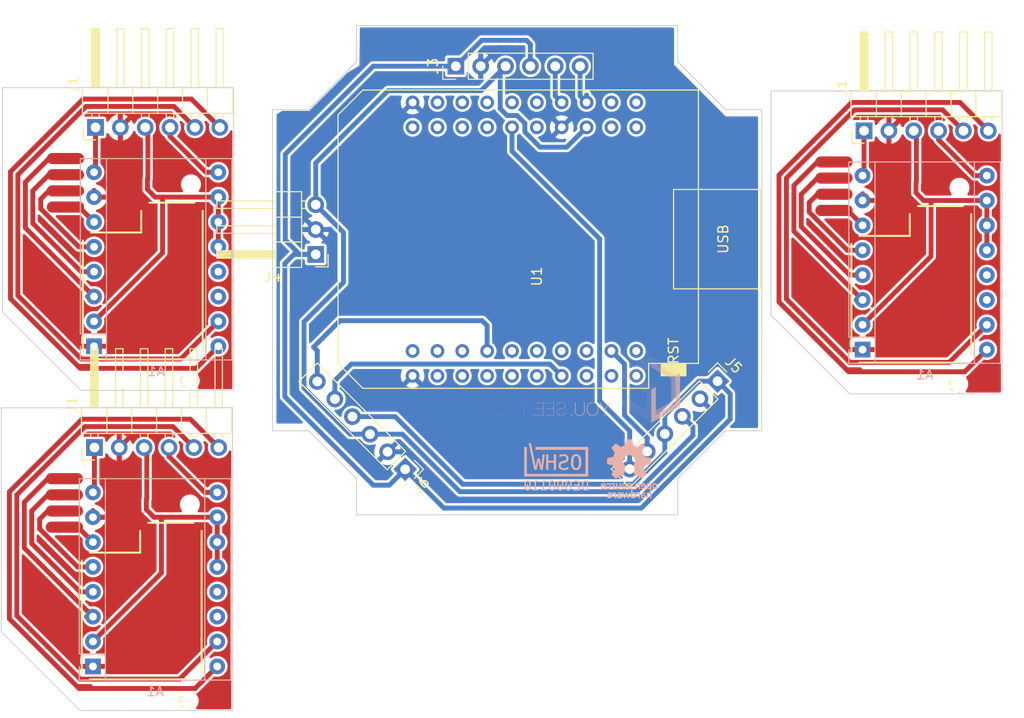
<source format=kicad_pcb>
(kicad_pcb (version 20211014) (generator pcbnew)
  (layers (0 "F.Cu" signal) (31 "B.Cu" signal) (34 "B.Paste" user) (35 "F.Paste" user) (36 "B.SilkS" user "B.Silkscreen") (37 "F.SilkS" user "F.Silkscreen") (38 "B.Mask" user) (39 "F.Mask" user) (44 "Edge.Cuts" user))
  (net 0 "")
  (net 1 "Net-(A1-Pad10)")
  (net 2 "Net-(A1-Pad3)")
  (net 3 "Net-(A1-Pad4)")
  (net 4 "Net-(A1-Pad5)")
  (net 5 "Net-(A1-Pad6)")
  (net 6 "Net-(A1-Pad8)")
  (net 7 "Net-(A1-Pad9)")
  (net 10 "Net-(A1-Pad15)")
  (net 11 "Net-(A1-Pad16)")
  (net 12 "EN")
  (net 13 "STP_1")
  (net 14 "DIR_1")
  (net 15 "STP_2")
  (net 16 "DIR_2")
  (net 17 "STP_3")
  (net 18 "DIR_3")
  (net 45 "GND")
  (net 49 "Net-(J4-Pad1)")
  (net 50 "Net-(J4-Pad3)")
  (net 51 "GND2")
  (footprint "Connector_PinHeader_2.54mm:PinHeader_1x03_P2.54mm_Horizontal" (layer "F.Cu") (at 123.247 75.2706 180)
    (fp_text reference "J4" (at 4.385 -2.27) (layer "F.SilkS"))
    (fp_text value "Conn_01x03_Female")
    (pad "1" thru_hole rect (at 0 0 180) (size 1.7 1.7) (drill 1) (layers *.Cu *.Mask) (net 49 "Net-(J4-Pad1)"))
    (pad "2" thru_hole oval (at 0 2.54 180) (size 1.7 1.7) (drill 1) (layers *.Cu *.Mask) (net 45 "GND"))
    (pad "3" thru_hole oval (at 0 5.08 180) (size 1.7 1.7) (drill 1) (layers *.Cu *.Mask) (net 50 "Net-(J4-Pad3)"))
  )
  (footprint "Connector_PinHeader_2.54mm:PinHeader_1x06_P2.54mm_Vertical" (layer "F.Cu") (at 132.388154 97.234554 -135)
    (fp_text reference "J6" (at 0 -2.33 -135) (layer "F.SilkS"))
    (fp_text value "Conn_01x06_Male")
    (pad "1" thru_hole rect (at 0 0 225) (size 1.7 1.7) (drill 1) (layers *.Cu *.Mask) (net 49 "Net-(J4-Pad1)"))
    (pad "2" thru_hole oval (at 0 2.54 225) (size 1.7 1.7) (drill 1) (layers *.Cu *.Mask) (net 45 "GND"))
    (pad "3" thru_hole oval (at 0 5.08 225) (size 1.7 1.7) (drill 1) (layers *.Cu *.Mask) (net 50 "Net-(J4-Pad3)"))
    (pad "4" thru_hole oval (at 0 7.62 225) (size 1.7 1.7) (drill 1) (layers *.Cu *.Mask) (net 49 "Net-(J4-Pad1)"))
    (pad "5" thru_hole oval (at 0 10.16 225) (size 1.7 1.7) (drill 1) (layers *.Cu *.Mask) (net 17 "STP_3"))
    (pad "6" thru_hole oval (at 0 12.7 225) (size 1.7 1.7) (drill 1) (layers *.Cu *.Mask) (net 18 "DIR_3"))
  )
  (footprint "ESP32_mini_KiCad_Library:MicroLinearMotor" (layer "F.Cu") (at 110.387765 121.14646 90)
    (fp_text reference "J2" (at 0 -0.5 90 unlocked) (layer "F.SilkS"))
    (fp_text value "Conn_01x04_Male")
    (pad "" np_thru_hole circle (at 20.32 0) (size 1.524 1.524) (drill 1.524) (layers *.Cu))
    (pad "" np_thru_hole circle (at 0.254 -6.731) (size 1.524 1.524) (drill 1.524) (layers *.Cu))
    (pad "" np_thru_hole circle (at 0.254 -0.127) (size 1.524 1.524) (drill 1.524) (layers *.Cu))
    (pad "1" smd oval (at 22.95525 -12.827 90) (size 1.143 3.81) (layers "F.Cu") (net 2 "Net-(A1-Pad3)"))
    (pad "2" smd oval (at 21.30425 -12.827 90) (size 1.143 3.81) (layers "F.Cu") (net 3 "Net-(A1-Pad4)"))
    (pad "3" smd oval (at 19.65325 -12.827 90) (size 1.143 3.81) (layers "F.Cu") (net 4 "Net-(A1-Pad5)"))
    (pad "4" smd oval (at 18.00225 -12.827 90) (size 1.143 3.81) (layers "F.Cu") (net 5 "Net-(A1-Pad6)"))
  )
  (footprint "ESP32_mini_KiCad_Library:MicroLinearMotor" (layer "F.Cu") (at 189.03828 88.776175 90)
    (fp_text reference "J2" (at 0 -0.5 90 unlocked) (layer "F.SilkS"))
    (fp_text value "Conn_01x04_Male")
    (pad "" np_thru_hole circle (at 20.32 0) (size 1.524 1.524) (drill 1.524) (layers *.Cu))
    (pad "" np_thru_hole circle (at 0.254 -6.731) (size 1.524 1.524) (drill 1.524) (layers *.Cu))
    (pad "" np_thru_hole circle (at 0.254 -0.127) (size 1.524 1.524) (drill 1.524) (layers *.Cu))
    (pad "1" smd oval (at 22.95525 -12.827 90) (size 1.143 3.81) (layers "F.Cu") (net 2 "Net-(A1-Pad3)"))
    (pad "2" smd oval (at 21.30425 -12.827 90) (size 1.143 3.81) (layers "F.Cu") (net 3 "Net-(A1-Pad4)"))
    (pad "3" smd oval (at 19.65325 -12.827 90) (size 1.143 3.81) (layers "F.Cu") (net 4 "Net-(A1-Pad5)"))
    (pad "4" smd oval (at 18.00225 -12.827 90) (size 1.143 3.81) (layers "F.Cu") (net 5 "Net-(A1-Pad6)"))
  )
  (footprint "Connector_PinHeader_2.54mm:PinHeader_1x06_P2.54mm_Horizontal" (layer "F.Cu") (at 100.744 62.291 90)
    (fp_text reference "J1" (at 4.385 -2.27 90) (layer "F.SilkS"))
    (fp_text value "Conn_01x06_Male")
    (pad "1" thru_hole rect (at 0 0 90) (size 1.7 1.7) (drill 1) (layers *.Cu *.Mask) (net 6 "Net-(A1-Pad8)"))
    (pad "2" thru_hole oval (at 0 2.54 90) (size 1.7 1.7) (drill 1) (layers *.Cu *.Mask) (net 51 "GND2"))
    (pad "3" thru_hole oval (at 0 5.08 90) (size 1.7 1.7) (drill 1) (layers *.Cu *.Mask) (net 1 "Net-(A1-Pad10)"))
    (pad "4" thru_hole oval (at 0 7.62 90) (size 1.7 1.7) (drill 1) (layers *.Cu *.Mask) (net 7 "Net-(A1-Pad9)"))
    (pad "5" thru_hole oval (at 0 10.16 90) (size 1.7 1.7) (drill 1) (layers *.Cu *.Mask) (net 10 "Net-(A1-Pad15)"))
    (pad "6" thru_hole oval (at 0 12.7 90) (size 1.7 1.7) (drill 1) (layers *.Cu *.Mask) (net 11 "Net-(A1-Pad16)"))
  )
  (footprint "svg2shenzhen:im-cube_orthagonal-internal-pcb_svg2shenzhen" (layer "F.Cu") (at 143.828 76.884527)
    (fp_text reference "Ref**" hide)
    (fp_text value "Val**" hide)
    (fp_line (start 25 -16.41471) (end 21.3005 -16.41471) (layer "Edge.Cuts") (width 0.1))
    (fp_line (start 16.4111 -24.996383) (end -16.4147 -25) (layer "Edge.Cuts") (width 0.1))
    (fp_line (start -16.41108 21.3041) (end -16.41108 24.9964) (layer "Edge.Cuts") (width 0.1))
    (fp_line (start -16.4147 -25) (end -16.4147 -25) (layer "Edge.Cuts") (width 0.1))
    (fp_line (start -25 16.4147) (end -21.30051 16.4147) (layer "Edge.Cuts") (width 0.1))
    (fp_line (start -16.4147 -25) (end -16.4147 -21.3005) (layer "Edge.Cuts") (width 0.1))
    (fp_line (start -16.4147 -21.3005) (end -21.30412 -16.41107) (layer "Edge.Cuts") (width 0.1))
    (fp_line (start 21.3041 16.4111) (end 24.9964 16.4111) (layer "Edge.Cuts") (width 0.1))
    (fp_line (start -21.30051 16.4147) (end -16.41108 21.3041) (layer "Edge.Cuts") (width 0.1))
    (fp_line (start 16.4147 25) (end 16.4147 21.3005) (layer "Edge.Cuts") (width 0.1))
    (fp_line (start -21.30412 -16.41107) (end -24.996383 -16.41107) (layer "Edge.Cuts") (width 0.1))
    (fp_line (start 16.4147 21.3005) (end 21.3041 16.4111) (layer "Edge.Cuts") (width 0.1))
    (fp_line (start 24.9964 16.4111) (end 25 -16.41471) (layer "Edge.Cuts") (width 0.1))
    (fp_line (start 21.3005 -16.41471) (end 16.4111 -21.30412) (layer "Edge.Cuts") (width 0.1))
    (fp_line (start 16.4111 -21.30412) (end 16.4111 -24.996383) (layer "Edge.Cuts") (width 0.1))
    (fp_line (start -16.41108 24.9964) (end 16.4147 25) (layer "Edge.Cuts") (width 0.1))
    (fp_line (start -24.996383 -16.41107) (end -25 16.4147) (layer "Edge.Cuts") (width 0.1))
  )
  (footprint "Connector_PinHeader_2.54mm:PinHeader_1x06_P2.54mm_Vertical" (layer "F.Cu") (at 164.312136 88.22508 -45)
    (fp_text reference "J5" (at 0 -2.33 -45) (layer "F.SilkS"))
    (fp_text value "Conn_01x06_Male")
    (pad "1" thru_hole rect (at 0 0 315) (size 1.7 1.7) (drill 1) (layers *.Cu *.Mask) (net 49 "Net-(J4-Pad1)"))
    (pad "2" thru_hole oval (at 0 2.54 315) (size 1.7 1.7) (drill 1) (layers *.Cu *.Mask) (net 45 "GND"))
    (pad "3" thru_hole oval (at 0 5.08 315) (size 1.7 1.7) (drill 1) (layers *.Cu *.Mask) (net 50 "Net-(J4-Pad3)"))
    (pad "4" thru_hole oval (at 0 7.62 315) (size 1.7 1.7) (drill 1) (layers *.Cu *.Mask) (net 49 "Net-(J4-Pad1)"))
    (pad "5" thru_hole oval (at 0 10.16 315) (size 1.7 1.7) (drill 1) (layers *.Cu *.Mask) (net 15 "STP_2"))
    (pad "6" thru_hole oval (at 0 12.7 315) (size 1.7 1.7) (drill 1) (layers *.Cu *.Mask) (net 16 "DIR_2"))
  )
  (footprint "ESP32_mini_KiCad_Library:ESP32_mini" (layer "F.Cu") (at 144.5768 73.7108 90)
    (fp_text reference "U1" (at -3.81 1.27 90) (layer "F.SilkS"))
    (fp_text value "mini_esp32")
    (fp_text user "RST" (at -11.43 15.24 90) (layer "F.SilkS"))
    (fp_text user "USB" (at 0 20.32 90) (layer "F.SilkS"))
    (pad "1" thru_hole circle (at -13.97 -11.43) (size 1.4 1.4) (drill 0.8) (layers *.Cu *.Mask) (net 45 "GND"))
    (pad "2" thru_hole circle (at -11.43 -11.43) (size 1.4 1.4) (drill 0.8) (layers *.Cu *.Mask))
    (pad "3" thru_hole circle (at -13.97 -8.89) (size 1.4 1.4) (drill 0.8) (layers *.Cu *.Mask))
    (pad "4" thru_hole circle (at -11.43 -8.89) (size 1.4 1.4) (drill 0.8) (layers *.Cu *.Mask))
    (pad "5" thru_hole circle (at -13.97 -6.35) (size 1.4 1.4) (drill 0.8) (layers *.Cu *.Mask))
    (pad "6" thru_hole circle (at -11.43 -6.35) (size 1.4 1.4) (drill 0.8) (layers *.Cu *.Mask))
    (pad "7" thru_hole circle (at -13.97 -3.81) (size 1.4 1.4) (drill 0.8) (layers *.Cu *.Mask))
    (pad "8" thru_hole circle (at -11.43 -3.81) (size 1.4 1.4) (drill 0.8) (layers *.Cu *.Mask) (net 18 "DIR_3"))
    (pad "9" thru_hole circle (at -13.97 -1.27) (size 1.4 1.4) (drill 0.8) (layers *.Cu *.Mask))
    (pad "10" thru_hole circle (at -11.43 -1.27) (size 1.4 1.4) (drill 0.8) (layers *.Cu *.Mask) (net 12 "EN"))
    (pad "11" thru_hole circle (at -13.97 1.27) (size 1.4 1.4) (drill 0.8) (layers *.Cu *.Mask))
    (pad "12" thru_hole circle (at -11.43 1.27) (size 1.4 1.4) (drill 0.8) (layers *.Cu *.Mask))
    (pad "13" thru_hole circle (at -13.97 3.81) (size 1.4 1.4) (drill 0.8) (layers *.Cu *.Mask) (net 17 "STP_3"))
    (pad "14" thru_hole circle (at -11.43 3.81) (size 1.4 1.4) (drill 0.8) (layers *.Cu *.Mask))
    (pad "15" thru_hole circle (at -13.97 6.35) (size 1.4 1.4) (drill 0.8) (layers *.Cu *.Mask))
    (pad "16" thru_hole circle (at -11.43 6.35) (size 1.4 1.4) (drill 0.8) (layers *.Cu *.Mask))
    (pad "17" thru_hole circle (at -13.97 8.89) (size 1.4 1.4) (drill 0.8) (layers *.Cu *.Mask))
    (pad "18" thru_hole circle (at -11.43 8.89) (size 1.4 1.4) (drill 0.8) (layers *.Cu *.Mask) (net 15 "STP_2"))
    (pad "19" thru_hole circle (at -13.97 11.43) (size 1.4 1.4) (drill 0.8) (layers *.Cu *.Mask))
    (pad "20" thru_hole circle (at -11.43 11.43) (size 1.4 1.4) (drill 0.8) (layers *.Cu *.Mask))
    (pad "21" thru_hole circle (at 11.43 -11.43) (size 1.4 1.4) (drill 0.8) (layers *.Cu *.Mask))
    (pad "22" thru_hole circle (at 13.97 -11.43) (size 1.4 1.4) (drill 0.8) (layers *.Cu *.Mask) (net 45 "GND"))
    (pad "23" thru_hole circle (at 11.43 -8.89) (size 1.4 1.4) (drill 0.8) (layers *.Cu *.Mask))
    (pad "24" thru_hole circle (at 13.97 -8.89) (size 1.4 1.4) (drill 0.8) (layers *.Cu *.Mask))
    (pad "25" thru_hole circle (at 11.43 -6.35) (size 1.4 1.4) (drill 0.8) (layers *.Cu *.Mask))
    (pad "26" thru_hole circle (at 13.97 -6.35) (size 1.4 1.4) (drill 0.8) (layers *.Cu *.Mask))
    (pad "27" thru_hole circle (at 11.43 -3.81) (size 1.4 1.4) (drill 0.8) (layers *.Cu *.Mask))
    (pad "28" thru_hole circle (at 13.97 -3.81) (size 1.4 1.4) (drill 0.8) (layers *.Cu *.Mask))
    (pad "29" thru_hole circle (at 11.43 -1.27) (size 1.4 1.4) (drill 0.8) (layers *.Cu *.Mask) (net 16 "DIR_2"))
    (pad "30" thru_hole circle (at 13.97 -1.27) (size 1.4 1.4) (drill 0.8) (layers *.Cu *.Mask))
    (pad "31" thru_hole circle (at 11.43 1.27) (size 1.4 1.4) (drill 0.8) (layers *.Cu *.Mask))
    (pad "32" thru_hole circle (at 13.97 1.27) (size 1.4 1.4) (drill 0.8) (layers *.Cu *.Mask))
    (pad "33" thru_hole circle (at 11.43 3.81) (size 1.4 1.4) (drill 0.8) (layers *.Cu *.Mask) (net 45 "GND"))
    (pad "34" thru_hole circle (at 13.97 3.81) (size 1.4 1.4) (drill 0.8) (layers *.Cu *.Mask) (net 13 "STP_1"))
    (pad "35" thru_hole circle (at 11.43 6.35) (size 1.4 1.4) (drill 0.8) (layers *.Cu *.Mask) (net 50 "Net-(J4-Pad3)"))
    (pad "36" thru_hole circle (at 13.97 6.35) (size 1.4 1.4) (drill 0.8) (layers *.Cu *.Mask) (net 14 "DIR_1"))
    (pad "37" thru_hole circle (at 11.43 8.89) (size 1.4 1.4) (drill 0.8) (layers *.Cu *.Mask))
    (pad "38" thru_hole circle (at 13.97 8.89) (size 1.4 1.4) (drill 0.8) (layers *.Cu *.Mask))
    (pad "39" thru_hole circle (at 11.43 11.43) (size 1.4 1.4) (drill 0.8) (layers *.Cu *.Mask))
    (pad "40" thru_hole circle (at 13.97 11.43) (size 1.4 1.4) (drill 0.8) (layers *.Cu *.Mask))
  )
  (footprint "Connector_PinHeader_2.54mm:PinHeader_1x06_P2.54mm_Vertical" (layer "F.Cu") (at 137.5664 56.0386 90)
    (fp_text reference "J3" (at 0 -2.33 90) (layer "F.SilkS"))
    (fp_text value "Conn_01x06_Male")
    (pad "1" thru_hole rect (at 0 0 90) (size 1.7 1.7) (drill 1) (layers *.Cu *.Mask) (net 49 "Net-(J4-Pad1)"))
    (pad "2" thru_hole oval (at 0 2.54 90) (size 1.7 1.7) (drill 1) (layers *.Cu *.Mask) (net 45 "GND"))
    (pad "3" thru_hole oval (at 0 5.08 90) (size 1.7 1.7) (drill 1) (layers *.Cu *.Mask) (net 50 "Net-(J4-Pad3)"))
    (pad "4" thru_hole oval (at 0 7.62 90) (size 1.7 1.7) (drill 1) (layers *.Cu *.Mask) (net 49 "Net-(J4-Pad1)"))
    (pad "5" thru_hole oval (at 0 10.16 90) (size 1.7 1.7) (drill 1) (layers *.Cu *.Mask) (net 13 "STP_1"))
    (pad "6" thru_hole oval (at 0 12.7 90) (size 1.7 1.7) (drill 1) (layers *.Cu *.Mask) (net 14 "DIR_1"))
  )
  (footprint "ESP32_mini_KiCad_Library:MicroLinearMotor" (layer "F.Cu") (at 110.498965 88.43126 90)
    (fp_text reference "J2" (at 0 -0.5 90 unlocked) (layer "F.SilkS"))
    (fp_text value "Conn_01x04_Male")
    (pad "" np_thru_hole circle (at 20.32 0) (size 1.524 1.524) (drill 1.524) (layers *.Cu))
    (pad "" np_thru_hole circle (at 0.254 -6.731) (size 1.524 1.524) (drill 1.524) (layers *.Cu))
    (pad "" np_thru_hole circle (at 0.254 -0.127) (size 1.524 1.524) (drill 1.524) (layers *.Cu))
    (pad "1" smd oval (at 22.95525 -12.827 90) (size 1.143 3.81) (layers "F.Cu") (net 2 "Net-(A1-Pad3)"))
    (pad "2" smd oval (at 21.30425 -12.827 90) (size 1.143 3.81) (layers "F.Cu") (net 3 "Net-(A1-Pad4)"))
    (pad "3" smd oval (at 19.65325 -12.827 90) (size 1.143 3.81) (layers "F.Cu") (net 4 "Net-(A1-Pad5)"))
    (pad "4" smd oval (at 18.00225 -12.827 90) (size 1.143 3.81) (layers "F.Cu") (net 5 "Net-(A1-Pad6)"))
  )
  (footprint "Connector_PinHeader_2.54mm:PinHeader_1x06_P2.54mm_Horizontal" (layer "F.Cu") (at 100.6328 95.0062 90)
    (fp_text reference "J1" (at 4.385 -2.27 90) (layer "F.SilkS"))
    (fp_text value "Conn_01x06_Male")
    (pad "1" thru_hole rect (at 0 0 90) (size 1.7 1.7) (drill 1) (layers *.Cu *.Mask) (net 6 "Net-(A1-Pad8)"))
    (pad "2" thru_hole oval (at 0 2.54 90) (size 1.7 1.7) (drill 1) (layers *.Cu *.Mask) (net 51 "GND2"))
    (pad "3" thru_hole oval (at 0 5.08 90) (size 1.7 1.7) (drill 1) (layers *.Cu *.Mask) (net 1 "Net-(A1-Pad10)"))
    (pad "4" thru_hole oval (at 0 7.62 90) (size 1.7 1.7) (drill 1) (layers *.Cu *.Mask) (net 7 "Net-(A1-Pad9)"))
    (pad "5" thru_hole oval (at 0 10.16 90) (size 1.7 1.7) (drill 1) (layers *.Cu *.Mask) (net 10 "Net-(A1-Pad15)"))
    (pad "6" thru_hole oval (at 0 12.7 90) (size 1.7 1.7) (drill 1) (layers *.Cu *.Mask) (net 11 "Net-(A1-Pad16)"))
  )
  (footprint "Connector_PinHeader_2.54mm:PinHeader_1x06_P2.54mm_Horizontal" (layer "F.Cu") (at 179.283315 62.635915 90)
    (fp_text reference "J1" (at 4.385 -2.27 90) (layer "F.SilkS"))
    (fp_text value "Conn_01x06_Male")
    (pad "1" thru_hole rect (at 0 0 90) (size 1.7 1.7) (drill 1) (layers *.Cu *.Mask) (net 6 "Net-(A1-Pad8)"))
    (pad "2" thru_hole oval (at 0 2.54 90) (size 1.7 1.7) (drill 1) (layers *.Cu *.Mask) (net 51 "GND2"))
    (pad "3" thru_hole oval (at 0 5.08 90) (size 1.7 1.7) (drill 1) (layers *.Cu *.Mask) (net 1 "Net-(A1-Pad10)"))
    (pad "4" thru_hole oval (at 0 7.62 90) (size 1.7 1.7) (drill 1) (layers *.Cu *.Mask) (net 7 "Net-(A1-Pad9)"))
    (pad "5" thru_hole oval (at 0 10.16 90) (size 1.7 1.7) (drill 1) (layers *.Cu *.Mask) (net 10 "Net-(A1-Pad15)"))
    (pad "6" thru_hole oval (at 0 12.7 90) (size 1.7 1.7) (drill 1) (layers *.Cu *.Mask) (net 11 "Net-(A1-Pad16)"))
  )
  (footprint "Module:Pololu_Breakout-16_15.2x20.3mm" (layer "B.Cu") (at 100.4828 117.3712)
    (fp_text reference "A1" (at 6.35 2.54) (layer "B.SilkS") (effects (justify mirror)))
    (fp_text value "Pololu_Breakout_A4988")
    (pad "1" thru_hole rect (at 0 0) (size 1.6 1.6) (drill 0.8) (layers *.Cu *.Mask) (net 51 "GND2"))
    (pad "2" thru_hole oval (at 0 -2.54) (size 1.6 1.6) (drill 0.8) (layers *.Cu *.Mask) (net 1 "Net-(A1-Pad10)"))
    (pad "3" thru_hole oval (at 0 -5.08) (size 1.6 1.6) (drill 0.8) (layers *.Cu *.Mask) (net 2 "Net-(A1-Pad3)"))
    (pad "4" thru_hole oval (at 0 -7.62) (size 1.6 1.6) (drill 0.8) (layers *.Cu *.Mask) (net 3 "Net-(A1-Pad4)"))
    (pad "5" thru_hole oval (at 0 -10.16) (size 1.6 1.6) (drill 0.8) (layers *.Cu *.Mask) (net 4 "Net-(A1-Pad5)"))
    (pad "6" thru_hole oval (at 0 -12.7) (size 1.6 1.6) (drill 0.8) (layers *.Cu *.Mask) (net 5 "Net-(A1-Pad6)"))
    (pad "7" thru_hole oval (at 0 -15.24) (size 1.6 1.6) (drill 0.8) (layers *.Cu *.Mask) (net 51 "GND2"))
    (pad "8" thru_hole oval (at 0 -17.78) (size 1.6 1.6) (drill 0.8) (layers *.Cu *.Mask) (net 6 "Net-(A1-Pad8)"))
    (pad "9" thru_hole oval (at 12.7 -17.78) (size 1.6 1.6) (drill 0.8) (layers *.Cu *.Mask) (net 7 "Net-(A1-Pad9)"))
    (pad "10" thru_hole oval (at 12.7 -15.24) (size 1.6 1.6) (drill 0.8) (layers *.Cu *.Mask) (net 1 "Net-(A1-Pad10)"))
    (pad "11" thru_hole oval (at 12.7 -12.7) (size 1.6 1.6) (drill 0.8) (layers *.Cu *.Mask) (net 1 "Net-(A1-Pad10)"))
    (pad "12" thru_hole oval (at 12.7 -10.16) (size 1.6 1.6) (drill 0.8) (layers *.Cu *.Mask) (net 1 "Net-(A1-Pad10)"))
    (pad "13" thru_hole oval (at 12.7 -7.62) (size 1.6 1.6) (drill 0.8) (layers *.Cu *.Mask))
    (pad "14" thru_hole oval (at 12.7 -5.08) (size 1.6 1.6) (drill 0.8) (layers *.Cu *.Mask))
    (pad "15" thru_hole oval (at 12.7 -2.54) (size 1.6 1.6) (drill 0.8) (layers *.Cu *.Mask) (net 10 "Net-(A1-Pad15)"))
    (pad "16" thru_hole oval (at 12.7 0) (size 1.6 1.6) (drill 0.8) (layers *.Cu *.Mask) (net 11 "Net-(A1-Pad16)"))
  )
  (footprint "Symbol:OSHW-Logo_5.7x6mm_SilkScreen" (layer "B.Cu") (at 155.278 97.1804 180)
    (fp_text reference "REF**" hide)
    (fp_text value "OSHW-Logo_5.7x6mm_SilkScreen" hide)
  )
  (footprint "lib:oshw-number" (layer "B.Cu") (at 147.828 97.1804 180)
    (fp_text reference "G***" hide)
    (fp_text value "LOGO" hide)
  )
  (footprint "Module:Pololu_Breakout-16_15.2x20.3mm" (layer "B.Cu") (at 179.133315 85.000915)
    (fp_text reference "A1" (at 6.35 2.54) (layer "B.SilkS") (effects (justify mirror)))
    (fp_text value "Pololu_Breakout_A4988")
    (pad "1" thru_hole rect (at 0 0) (size 1.6 1.6) (drill 0.8) (layers *.Cu *.Mask) (net 51 "GND2"))
    (pad "2" thru_hole oval (at 0 -2.54) (size 1.6 1.6) (drill 0.8) (layers *.Cu *.Mask) (net 1 "Net-(A1-Pad10)"))
    (pad "3" thru_hole oval (at 0 -5.08) (size 1.6 1.6) (drill 0.8) (layers *.Cu *.Mask) (net 2 "Net-(A1-Pad3)"))
    (pad "4" thru_hole oval (at 0 -7.62) (size 1.6 1.6) (drill 0.8) (layers *.Cu *.Mask) (net 3 "Net-(A1-Pad4)"))
    (pad "5" thru_hole oval (at 0 -10.16) (size 1.6 1.6) (drill 0.8) (layers *.Cu *.Mask) (net 4 "Net-(A1-Pad5)"))
    (pad "6" thru_hole oval (at 0 -12.7) (size 1.6 1.6) (drill 0.8) (layers *.Cu *.Mask) (net 5 "Net-(A1-Pad6)"))
    (pad "7" thru_hole oval (at 0 -15.24) (size 1.6 1.6) (drill 0.8) (layers *.Cu *.Mask) (net 51 "GND2"))
    (pad "8" thru_hole oval (at 0 -17.78) (size 1.6 1.6) (drill 0.8) (layers *.Cu *.Mask) (net 6 "Net-(A1-Pad8)"))
    (pad "9" thru_hole oval (at 12.7 -17.78) (size 1.6 1.6) (drill 0.8) (layers *.Cu *.Mask) (net 7 "Net-(A1-Pad9)"))
    (pad "10" thru_hole oval (at 12.7 -15.24) (size 1.6 1.6) (drill 0.8) (layers *.Cu *.Mask) (net 1 "Net-(A1-Pad10)"))
    (pad "11" thru_hole oval (at 12.7 -12.7) (size 1.6 1.6) (drill 0.8) (layers *.Cu *.Mask) (net 1 "Net-(A1-Pad10)"))
    (pad "12" thru_hole oval (at 12.7 -10.16) (size 1.6 1.6) (drill 0.8) (layers *.Cu *.Mask) (net 1 "Net-(A1-Pad10)"))
    (pad "13" thru_hole oval (at 12.7 -7.62) (size 1.6 1.6) (drill 0.8) (layers *.Cu *.Mask))
    (pad "14" thru_hole oval (at 12.7 -5.08) (size 1.6 1.6) (drill 0.8) (layers *.Cu *.Mask))
    (pad "15" thru_hole oval (at 12.7 -2.54) (size 1.6 1.6) (drill 0.8) (layers *.Cu *.Mask) (net 10 "Net-(A1-Pad15)"))
    (pad "16" thru_hole oval (at 12.7 0) (size 1.6 1.6) (drill 0.8) (layers *.Cu *.Mask) (net 11 "Net-(A1-Pad16)"))
  )
  (footprint "Module:Pololu_Breakout-16_15.2x20.3mm" (layer "B.Cu") (at 100.594 84.656)
    (fp_text reference "A1" (at 6.35 2.54) (layer "B.SilkS") (effects (justify mirror)))
    (fp_text value "Pololu_Breakout_A4988")
    (pad "1" thru_hole rect (at 0 0) (size 1.6 1.6) (drill 0.8) (layers *.Cu *.Mask) (net 51 "GND2"))
    (pad "2" thru_hole oval (at 0 -2.54) (size 1.6 1.6) (drill 0.8) (layers *.Cu *.Mask) (net 1 "Net-(A1-Pad10)"))
    (pad "3" thru_hole oval (at 0 -5.08) (size 1.6 1.6) (drill 0.8) (layers *.Cu *.Mask) (net 2 "Net-(A1-Pad3)"))
    (pad "4" thru_hole oval (at 0 -7.62) (size 1.6 1.6) (drill 0.8) (layers *.Cu *.Mask) (net 3 "Net-(A1-Pad4)"))
    (pad "5" thru_hole oval (at 0 -10.16) (size 1.6 1.6) (drill 0.8) (layers *.Cu *.Mask) (net 4 "Net-(A1-Pad5)"))
    (pad "6" thru_hole oval (at 0 -12.7) (size 1.6 1.6) (drill 0.8) (layers *.Cu *.Mask) (net 5 "Net-(A1-Pad6)"))
    (pad "7" thru_hole oval (at 0 -15.24) (size 1.6 1.6) (drill 0.8) (layers *.Cu *.Mask) (net 51 "GND2"))
    (pad "8" thru_hole oval (at 0 -17.78) (size 1.6 1.6) (drill 0.8) (layers *.Cu *.Mask) (net 6 "Net-(A1-Pad8)"))
    (pad "9" thru_hole oval (at 12.7 -17.78) (size 1.6 1.6) (drill 0.8) (layers *.Cu *.Mask) (net 7 "Net-(A1-Pad9)"))
    (pad "10" thru_hole oval (at 12.7 -15.24) (size 1.6 1.6) (drill 0.8) (layers *.Cu *.Mask) (net 1 "Net-(A1-Pad10)"))
    (pad "11" thru_hole oval (at 12.7 -12.7) (size 1.6 1.6) (drill 0.8) (layers *.Cu *.Mask) (net 1 "Net-(A1-Pad10)"))
    (pad "12" thru_hole oval (at 12.7 -10.16) (size 1.6 1.6) (drill 0.8) (layers *.Cu *.Mask) (net 1 "Net-(A1-Pad10)"))
    (pad "13" thru_hole oval (at 12.7 -7.62) (size 1.6 1.6) (drill 0.8) (layers *.Cu *.Mask))
    (pad "14" thru_hole oval (at 12.7 -5.08) (size 1.6 1.6) (drill 0.8) (layers *.Cu *.Mask))
    (pad "15" thru_hole oval (at 12.7 -2.54) (size 1.6 1.6) (drill 0.8) (layers *.Cu *.Mask) (net 10 "Net-(A1-Pad15)"))
    (pad "16" thru_hole oval (at 12.7 0) (size 1.6 1.6) (drill 0.8) (layers *.Cu *.Mask) (net 11 "Net-(A1-Pad16)"))
  )
  (footprint "lib:UC2-logo_halftoned" (layer "B.Cu") (at 150.128 89.584527 180)
    (fp_text reference "G***" hide)
    (fp_text value "LOGO" hide)
  )
  (gr_line (start 99.260685 89.164685) (end 91.234285 81.138285) (layer "Edge.Cuts") (width 0.1))
  (gr_line (start 114.745085 90.942685) (end 114.745085 121.879885) (layer "Edge.Cuts") (width 0.1))
  (gr_line (start 91.123085 113.853485) (end 91.123085 90.942685) (layer "Edge.Cuts") (width 0.1))
  (gr_line (start 177.8 89.5096) (end 169.7736 81.4832) (layer "Edge.Cuts") (width 0.1))
  (gr_line (start 91.123085 90.942685) (end 91.681885 90.942685) (layer "Edge.Cuts") (width 0.1))
  (gr_line (start 99.149485 121.879885) (end 91.123085 113.853485) (layer "Edge.Cuts") (width 0.1))
  (gr_line (start 114.856285 58.227485) (end 114.856285 89.164685) (layer "Edge.Cuts") (width 0.1))
  (gr_line (start 169.7736 81.4832) (end 169.7736 58.5724) (layer "Edge.Cuts") (width 0.1))
  (gr_line (start 170.3324 58.5724) (end 193.3956 58.5724) (layer "Edge.Cuts") (width 0.1))
  (gr_line (start 91.234285 81.138285) (end 91.234285 58.227485) (layer "Edge.Cuts") (width 0.1))
  (gr_line (start 114.856285 89.164685) (end 99.260685 89.164685) (layer "Edge.Cuts") (width 0.1))
  (gr_line (start 193.3956 58.5724) (end 193.3956 89.5096) (layer "Edge.Cuts") (width 0.1))
  (gr_line (start 91.793085 58.227485) (end 114.856285 58.227485) (layer "Edge.Cuts") (width 0.1))
  (gr_line (start 169.7736 58.5724) (end 170.3324 58.5724) (layer "Edge.Cuts") (width 0.1))
  (gr_line (start 114.745085 121.879885) (end 99.149485 121.879885) (layer "Edge.Cuts") (width 0.1))
  (gr_line (start 91.681885 90.942685) (end 114.745085 90.942685) (layer "Edge.Cuts") (width 0.1))
  (gr_line (start 193.3956 89.5096) (end 177.8 89.5096) (layer "Edge.Cuts") (width 0.1))
  (gr_line (start 91.234285 58.227485) (end 91.793085 58.227485) (layer "Edge.Cuts") (width 0.1))
  (segment (start 113.294 74.496) (end 113.294 71.956) (width 0.5) (layer "F.Cu") (net 1))
  (segment (start 184.363315 62.635915) (end 184.633315 62.905915) (width 0.5) (layer "F.Cu") (net 1))
  (segment (start 191.833315 69.760915) (end 191.833315 72.300915) (width 0.5) (layer "F.Cu") (net 1))
  (segment (start 184.633315 67.883309) (end 184.588874 67.92775) (width 0.5) (layer "F.Cu") (net 1))
  (segment (start 105.938359 101.343115) (end 106.726444 102.1312) (width 0.5) (layer "F.Cu") (net 1))
  (segment (start 106.049559 67.582835) (end 106.049559 68.627915) (width 0.5) (layer "F.Cu") (net 1))
  (segment (start 105.9828 95.2762) (end 105.9828 100.253594) (width 0.5) (layer "F.Cu") (net 1))
  (segment (start 106.049559 68.627915) (end 106.837644 69.416) (width 0.5) (layer "F.Cu") (net 1))
  (segment (start 185.376959 69.760915) (end 186.133315 69.760915) (width 0.5) (layer "F.Cu") (net 1))
  (segment (start 100.4828 114.8312) (end 107.4828 107.8312) (width 0.5) (layer "F.Cu") (net 1))
  (segment (start 113.1828 107.2112) (end 113.1828 104.6712) (width 0.5) (layer "F.Cu") (net 1))
  (segment (start 184.588874 67.92775) (end 184.588874 68.97283) (width 0.5) (layer "F.Cu") (net 1))
  (segment (start 105.9828 100.253594) (end 105.938359 100.298035) (width 0.5) (layer "F.Cu") (net 1))
  (segment (start 184.588874 68.97283) (end 185.376959 69.760915) (width 0.5) (layer "F.Cu") (net 1))
  (segment (start 186.133315 69.760915) (end 191.833315 69.760915) (width 0.5) (layer "F.Cu") (net 1))
  (segment (start 184.633315 62.905915) (end 184.633315 67.883309) (width 0.5) (layer "F.Cu") (net 1))
  (segment (start 106.094 67.538394) (end 106.049559 67.582835) (width 0.5) (layer "F.Cu") (net 1))
  (segment (start 191.833315 74.840915) (end 191.833315 72.300915) (width 0.5) (layer "F.Cu") (net 1))
  (segment (start 107.4828 102.1312) (end 113.1828 102.1312) (width 0.5) (layer "F.Cu") (net 1))
  (segment (start 113.1828 102.1312) (end 113.1828 104.6712) (width 0.5) (layer "F.Cu") (net 1))
  (segment (start 113.294 69.416) (end 113.294 71.956) (width 0.5) (layer "F.Cu") (net 1))
  (segment (start 100.594 82.116) (end 107.594 75.116) (width 0.5) (layer "F.Cu") (net 1))
  (segment (start 107.594 75.116) (end 107.594 69.416) (width 0.5) (layer "F.Cu") (net 1))
  (segment (start 105.938359 100.298035) (end 105.938359 101.343115) (width 0.5) (layer "F.Cu") (net 1))
  (segment (start 105.824 62.291) (end 106.094 62.561) (width 0.5) (layer "F.Cu") (net 1))
  (segment (start 107.594 69.416) (end 113.294 69.416) (width 0.5) (layer "F.Cu") (net 1))
  (segment (start 106.837644 69.416) (end 107.594 69.416) (width 0.5) (layer "F.Cu") (net 1))
  (segment (start 186.133315 75.460915) (end 186.133315 69.760915) (width 0.5) (layer "F.Cu") (net 1))
  (segment (start 105.7128 95.0062) (end 105.9828 95.2762) (width 0.5) (layer "F.Cu") (net 1))
  (segment (start 107.4828 107.8312) (end 107.4828 102.1312) (width 0.5) (layer "F.Cu") (net 1))
  (segment (start 106.726444 102.1312) (end 107.4828 102.1312) (width 0.5) (layer "F.Cu") (net 1))
  (segment (start 179.133315 82.460915) (end 186.133315 75.460915) (width 0.5) (layer "F.Cu") (net 1))
  (segment (start 106.094 62.561) (end 106.094 67.538394) (width 0.5) (layer "F.Cu") (net 1))
  (segment (start 172.11888 68.224225) (end 172.11888 72.90648) (width 0.5) (layer "F.Cu") (net 2))
  (segment (start 176.10968 65.566925) (end 174.77618 65.566925) (width 0.5) (layer "F.Cu") (net 2))
  (segment (start 174.77618 65.566925) (end 172.11888 68.224225) (width 0.5) (layer "F.Cu") (net 2))
  (segment (start 97.459165 97.93721) (end 96.125665 97.93721) (width 0.5) (layer "F.Cu") (net 2))
  (segment (start 96.236865 65.22201) (end 93.579565 67.87931) (width 0.5) (layer "F.Cu") (net 2))
  (segment (start 93.468365 100.59451) (end 93.468365 105.276765) (width 0.5) (layer "F.Cu") (net 2))
  (segment (start 96.125665 97.93721) (end 93.468365 100.59451) (width 0.5) (layer "F.Cu") (net 2))
  (segment (start 99.8228 112.2912) (end 100.4828 112.2912) (width 0.5) (layer "F.Cu") (net 2))
  (segment (start 178.473315 79.920915) (end 179.133315 79.920915) (width 0.5) (layer "F.Cu") (net 2))
  (segment (start 93.468365 105.276765) (end 100.4828 112.2912) (width 0.5) (layer "F.Cu") (net 2))
  (segment (start 172.11888 72.90648) (end 179.133315 79.920915) (width 0.5) (layer "F.Cu") (net 2))
  (segment (start 97.570365 65.22201) (end 96.236865 65.22201) (width 0.5) (layer "F.Cu") (net 2))
  (segment (start 99.934 79.576) (end 100.594 79.576) (width 0.5) (layer "F.Cu") (net 2))
  (segment (start 93.579565 72.561565) (end 100.594 79.576) (width 0.5) (layer "F.Cu") (net 2))
  (segment (start 93.579565 67.87931) (end 93.579565 72.561565) (width 0.5) (layer "F.Cu") (net 2))
  (segment (start 172.8724 69.121705) (end 172.8724 72.4408) (width 0.5) (layer "F.Cu") (net 3))
  (segment (start 174.77618 67.217925) (end 172.8724 69.121705) (width 0.5) (layer "F.Cu") (net 3))
  (segment (start 97.459165 99.58821) (end 96.125665 99.58821) (width 0.5) (layer "F.Cu") (net 3))
  (segment (start 94.333085 68.77679) (end 94.333085 72.095885) (width 0.5) (layer "F.Cu") (net 3))
  (segment (start 94.221885 104.811085) (end 99.162 109.7512) (width 0.5) (layer "F.Cu") (net 3))
  (segment (start 172.8724 72.4408) (end 177.812515 77.380915) (width 0.5) (layer "F.Cu") (net 3))
  (segment (start 99.2732 77.036) (end 100.594 77.036) (width 0.5) (layer "F.Cu") (net 3))
  (segment (start 99.162 109.7512) (end 100.4828 109.7512) (width 0.5) (layer "F.Cu") (net 3))
  (segment (start 94.221885 101.49199) (end 94.221885 104.811085) (width 0.5) (layer "F.Cu") (net 3))
  (segment (start 94.333085 72.095885) (end 99.2732 77.036) (width 0.5) (layer "F.Cu") (net 3))
  (segment (start 96.125665 99.58821) (end 94.221885 101.49199) (width 0.5) (layer "F.Cu") (net 3))
  (segment (start 97.570365 66.87301) (end 96.236865 66.87301) (width 0.5) (layer "F.Cu") (net 3))
  (segment (start 177.812515 77.380915) (end 179.133315 77.380915) (width 0.5) (layer "F.Cu") (net 3))
  (segment (start 96.236865 66.87301) (end 94.333085 68.77679) (width 0.5) (layer "F.Cu") (net 3))
  (segment (start 176.10968 67.217925) (end 174.77618 67.217925) (width 0.5) (layer "F.Cu") (net 3))
  (segment (start 97.459165 101.23921) (end 96.125665 101.23921) (width 0.5) (layer "F.Cu") (net 4))
  (segment (start 98.926348 107.2112) (end 100.4828 107.2112) (width 0.5) (layer "F.Cu") (net 4))
  (segment (start 173.6852 69.959905) (end 173.6852 70.949252) (width 0.5) (layer "F.Cu") (net 4))
  (segment (start 95.145885 69.61499) (end 95.145885 70.604337) (width 0.5) (layer "F.Cu") (net 4))
  (segment (start 95.145885 70.604337) (end 99.037548 74.496) (width 0.5) (layer "F.Cu") (net 4))
  (segment (start 95.034685 103.319537) (end 98.926348 107.2112) (width 0.5) (layer "F.Cu") (net 4))
  (segment (start 177.576863 74.840915) (end 179.133315 74.840915) (width 0.5) (layer "F.Cu") (net 4))
  (segment (start 97.570365 68.52401) (end 96.236865 68.52401) (width 0.5) (layer "F.Cu") (net 4))
  (segment (start 95.034685 102.33019) (end 95.034685 103.319537) (width 0.5) (layer "F.Cu") (net 4))
  (segment (start 96.125665 101.23921) (end 95.034685 102.33019) (width 0.5) (layer "F.Cu") (net 4))
  (segment (start 174.77618 68.868925) (end 173.6852 69.959905) (width 0.5) (layer "F.Cu") (net 4))
  (segment (start 176.10968 68.868925) (end 174.77618 68.868925) (width 0.5) (layer "F.Cu") (net 4))
  (segment (start 96.236865 68.52401) (end 95.145885 69.61499) (width 0.5) (layer "F.Cu") (net 4))
  (segment (start 99.037548 74.496) (end 100.594 74.496) (width 0.5) (layer "F.Cu") (net 4))
  (segment (start 173.6852 70.949252) (end 177.576863 74.840915) (width 0.5) (layer "F.Cu") (net 4))
  (segment (start 97.459165 102.89021) (end 98.70181 102.89021) (width 0.5) (layer "F.Cu") (net 5))
  (segment (start 98.81301 70.17501) (end 100.594 71.956) (width 0.5) (layer "F.Cu") (net 5))
  (segment (start 97.570365 70.17501) (end 98.81301 70.17501) (width 0.5) (layer "F.Cu") (net 5))
  (segment (start 98.70181 102.89021) (end 100.4828 104.6712) (width 0.5) (layer "F.Cu") (net 5))
  (segment (start 177.352325 70.519925) (end 179.133315 72.300915) (width 0.5) (layer "F.Cu") (net 5))
  (segment (start 176.10968 70.519925) (end 177.352325 70.519925) (width 0.5) (layer "F.Cu") (net 5))
  (segment (start 100.6328 95.0062) (end 100.6328 99.4412) (width 0.5) (layer "F.Cu") (net 6))
  (segment (start 100.744 66.726) (end 100.594 66.876) (width 0.5) (layer "F.Cu") (net 6))
  (segment (start 100.744 62.291) (end 100.744 66.726) (width 0.5) (layer "F.Cu") (net 6))
  (segment (start 179.283315 62.635915) (end 179.283315 67.070915) (width 0.5) (layer "F.Cu") (net 6))
  (segment (start 179.283315 67.070915) (end 179.133315 67.220915) (width 0.5) (layer "F.Cu") (net 6))
  (segment (start 100.6328 99.4412) (end 100.4828 99.5912) (width 0.5) (layer "F.Cu") (net 6))
  (segment (start 111.916444 99.5912) (end 113.1828 99.5912) (width 0.5) (layer "F.Cu") (net 7))
  (segment (start 108.364 63.212356) (end 112.027644 66.876) (width 0.5) (layer "F.Cu") (net 7))
  (segment (start 112.027644 66.876) (end 113.294 66.876) (width 0.5) (layer "F.Cu") (net 7))
  (segment (start 186.903315 62.635915) (end 186.903315 63.557271) (width 0.5) (layer "F.Cu") (net 7))
  (segment (start 108.364 62.291) (end 108.364 63.212356) (width 0.5) (layer "F.Cu") (net 7))
  (segment (start 108.2528 95.0062) (end 108.2528 95.927556) (width 0.5) (layer "F.Cu") (net 7))
  (segment (start 108.2528 95.927556) (end 111.916444 99.5912) (width 0.5) (layer "F.Cu") (net 7))
  (segment (start 186.903315 63.557271) (end 190.566959 67.220915) (width 0.5) (layer "F.Cu") (net 7))
  (segment (start 190.566959 67.220915) (end 191.833315 67.220915) (width 0.5) (layer "F.Cu") (net 7))
  (segment (start 92.809085 79.478107) (end 99.290489 85.959511) (width 0.5) (layer "F.Cu") (net 10))
  (segment (start 189.443315 62.635915) (end 187.30172 60.49432) (width 0.5) (layer "F.Cu") (net 10))
  (segment (start 109.450489 85.959511) (end 113.294 82.116) (width 0.5) (layer "F.Cu") (net 10))
  (segment (start 92.697885 112.193307) (end 99.179289 118.674711) (width 0.5) (layer "F.Cu") (net 10))
  (segment (start 92.809085 67.129483) (end 92.809085 79.478107) (width 0.5) (layer "F.Cu") (net 10))
  (segment (start 110.7928 95.0062) (end 108.651205 92.864605) (width 0.5) (layer "F.Cu") (net 10))
  (segment (start 99.290489 85.959511) (end 109.450489 85.959511) (width 0.5) (layer "F.Cu") (net 10))
  (segment (start 110.904 62.291) (end 108.762405 60.149405) (width 0.5) (layer "F.Cu") (net 10))
  (segment (start 108.651205 92.864605) (end 99.677963 92.864605) (width 0.5) (layer "F.Cu") (net 10))
  (segment (start 99.179289 118.674711) (end 109.339289 118.674711) (width 0.5) (layer "F.Cu") (net 10))
  (segment (start 109.339289 118.674711) (end 113.1828 114.8312) (width 0.5) (layer "F.Cu") (net 10))
  (segment (start 99.789163 60.149405) (end 92.809085 67.129483) (width 0.5) (layer "F.Cu") (net 10))
  (segment (start 178.328478 60.49432) (end 171.3484 67.474398) (width 0.5) (layer "F.Cu") (net 10))
  (segment (start 187.30172 60.49432) (end 178.328478 60.49432) (width 0.5) (layer "F.Cu") (net 10))
  (segment (start 177.829804 86.304426) (end 187.989804 86.304426) (width 0.5) (layer "F.Cu") (net 10))
  (segment (start 92.697885 99.844683) (end 92.697885 112.193307) (width 0.5) (layer "F.Cu") (net 10))
  (segment (start 171.3484 67.474398) (end 171.3484 79.823022) (width 0.5) (layer "F.Cu") (net 10))
  (segment (start 99.677963 92.864605) (end 92.697885 99.844683) (width 0.5) (layer "F.Cu") (net 10))
  (segment (start 187.989804 86.304426) (end 191.833315 82.460915) (width 0.5) (layer "F.Cu") (net 10))
  (segment (start 171.3484 79.823022) (end 177.829804 86.304426) (width 0.5) (layer "F.Cu") (net 10))
  (segment (start 108.762405 60.149405) (end 99.789163 60.149405) (width 0.5) (layer "F.Cu") (net 10))
  (segment (start 98.978371 86.713031) (end 100.327485 86.713031) (width 0.5) (layer "F.Cu") (net 11))
  (segment (start 91.944365 112.505425) (end 98.867171 119.428231) (width 0.5) (layer "F.Cu") (net 11))
  (segment (start 177.720394 87.260654) (end 177.517686 87.057946) (width 0.5) (layer "F.Cu") (net 11))
  (segment (start 191.833315 85.000915) (end 189.573576 87.260654) (width 0.5) (layer "F.Cu") (net 11))
  (segment (start 189.573576 87.260654) (end 177.720394 87.260654) (width 0.5) (layer "F.Cu") (net 11))
  (segment (start 110.923061 119.630939) (end 99.069879 119.630939) (width 0.5) (layer "F.Cu") (net 11))
  (segment (start 191.983315 62.635915) (end 189.0882 59.7408) (width 0.5) (layer "F.Cu") (net 11))
  (segment (start 92.055565 79.790225) (end 98.978371 86.713031) (width 0.5) (layer "F.Cu") (net 11))
  (segment (start 170.59488 80.13514) (end 177.517686 87.057946) (width 0.5) (layer "F.Cu") (net 11))
  (segment (start 99.069879 119.630939) (end 98.867171 119.428231) (width 0.5) (layer "F.Cu") (net 11))
  (segment (start 113.3328 95.0062) (end 110.437685 92.111085) (width 0.5) (layer "F.Cu") (net 11))
  (segment (start 177.517686 87.057946) (end 178.8668 87.057946) (width 0.5) (layer "F.Cu") (net 11))
  (segment (start 113.444 62.291) (end 110.548885 59.395885) (width 0.5) (layer "F.Cu") (net 11))
  (segment (start 99.477045 59.395885) (end 92.055565 66.817365) (width 0.5) (layer "F.Cu") (net 11))
  (segment (start 113.1828 117.3712) (end 110.923061 119.630939) (width 0.5) (layer "F.Cu") (net 11))
  (segment (start 113.294 84.656) (end 111.034261 86.915739) (width 0.5) (layer "F.Cu") (net 11))
  (segment (start 110.548885 59.395885) (end 99.477045 59.395885) (width 0.5) (layer "F.Cu") (net 11))
  (segment (start 91.944365 99.532565) (end 91.944365 112.505425) (width 0.5) (layer "F.Cu") (net 11))
  (segment (start 110.437685 92.111085) (end 99.365845 92.111085) (width 0.5) (layer "F.Cu") (net 11))
  (segment (start 99.365845 92.111085) (end 91.944365 99.532565) (width 0.5) (layer "F.Cu") (net 11))
  (segment (start 170.59488 67.16228) (end 170.59488 80.13514) (width 0.5) (layer "F.Cu") (net 11))
  (segment (start 99.181079 86.915739) (end 98.978371 86.713031) (width 0.5) (layer "F.Cu") (net 11))
  (segment (start 189.0882 59.7408) (end 178.01636 59.7408) (width 0.5) (layer "F.Cu") (net 11))
  (segment (start 98.867171 119.428231) (end 100.216285 119.428231) (width 0.5) (layer "F.Cu") (net 11))
  (segment (start 111.034261 86.915739) (end 99.181079 86.915739) (width 0.5) (layer "F.Cu") (net 11))
  (segment (start 178.01636 59.7408) (end 170.59488 67.16228) (width 0.5) (layer "F.Cu") (net 11))
  (segment (start 92.055565 66.817365) (end 92.055565 79.790225) (width 0.5) (layer "F.Cu") (net 11))
  (segment (start 147.7264 59.0804) (end 148.3868 59.7408) (width 0.5) (layer "B.Cu") (net 13))
  (segment (start 147.7264 56.0386) (end 147.7264 59.0804) (width 0.5) (layer "B.Cu") (net 13))
  (segment (start 150.2664 59.0804) (end 150.9268 59.7408) (width 0.5) (layer "B.Cu") (net 14))
  (segment (start 150.2664 56.0386) (end 150.2664 59.0804) (width 0.5) (layer "B.Cu") (net 14))
  (segment (start 150.9268 58.9788) (end 150.9268 59.7408) (width 0.5) (layer "B.Cu") (net 14))
  (segment (start 154.803289 91.710851) (end 157.127931 94.035493) (width 0.5) (layer "B.Cu") (net 15))
  (segment (start 157.127931 94.035493) (end 157.127931 95.409285) (width 0.5) (layer "B.Cu") (net 15))
  (segment (start 154.803289 86.477289) (end 154.803289 91.710851) (width 0.5) (layer "B.Cu") (net 15))
  (segment (start 153.4668 85.1408) (end 154.803289 86.477289) (width 0.5) (layer "B.Cu") (net 15))
  (segment (start 152.263289 90.236489) (end 152.263289 73.675689) (width 0.5) (layer "B.Cu") (net 16))
  (segment (start 143.3068 64.7192) (end 143.3068 62.2808) (width 0.5) (layer "B.Cu") (net 16))
  (segment (start 155.33188 93.30508) (end 152.263289 90.236489) (width 0.5) (layer "B.Cu") (net 16))
  (segment (start 152.263289 73.675689) (end 143.3068 64.7192) (width 0.5) (layer "B.Cu") (net 16))
  (segment (start 155.33188 97.205336) (end 155.33188 93.30508) (width 0.5) (layer "B.Cu") (net 16))
  (segment (start 147.1676 86.5124) (end 147.132489 86.477289) (width 0.5) (layer "B.Cu") (net 17))
  (segment (start 148.3868 87.6808) (end 147.2184 86.5124) (width 0.5) (layer "B.Cu") (net 17))
  (segment (start 147.2184 86.5124) (end 147.1676 86.5124) (width 0.5) (layer "B.Cu") (net 17))
  (segment (start 147.132489 86.477289) (end 126.882711 86.477289) (width 0.5) (layer "B.Cu") (net 17))
  (segment (start 125.203949 88.156051) (end 125.203949 90.050349) (width 0.5) (layer "B.Cu") (net 17))
  (segment (start 126.882711 86.477289) (end 125.203949 88.156051) (width 0.5) (layer "B.Cu") (net 17))
  (segment (start 140.7668 82.55) (end 140.2588 82.042) (width 0.5) (layer "B.Cu") (net 18))
  (segment (start 140.7668 85.1408) (end 140.7668 82.55) (width 0.5) (layer "B.Cu") (net 18))
  (segment (start 140.2588 82.042) (end 125.73 82.042) (width 0.5) (layer "B.Cu") (net 18))
  (segment (start 125.73 82.042) (end 123.0376 84.7344) (width 0.5) (layer "B.Cu") (net 18))
  (segment (start 123.407898 85.104698) (end 123.407898 88.254298) (width 0.5) (layer "B.Cu") (net 18))
  (segment (start 123.0376 84.7344) (end 123.407898 85.104698) (width 0.5) (layer "B.Cu") (net 18))
  (segment (start 145.051511 57.269111) (end 144.086311 57.269111) (width 0.254) (layer "B.Cu") (net 45))
  (segment (start 163.7792 91.284246) (end 162.516085 90.021131) (width 0.5) (layer "B.Cu") (net 45))
  (segment (start 120.84472 89.19632) (end 128.016 96.3676) (width 0.5) (layer "B.Cu") (net 45))
  (segment (start 129.663006 96.3676) (end 130.592103 95.438503) (width 0.5) (layer "B.Cu") (net 45))
  (segment (start 140.0048 57.6072) (end 129.4384 57.6072) (width 0.5) (layer "B.Cu") (net 45))
  (segment (start 121.5136 70.9972) (end 123.247 72.7306) (width 0.5) (layer "B.Cu") (net 45))
  (segment (start 124.9172 77.1144) (end 120.84472 81.18688) (width 0.5) (layer "B.Cu") (net 45))
  (segment (start 156.312762 100.33) (end 163.7792 92.863562) (width 0.5) (layer "B.Cu") (net 45))
  (segment (start 140.1064 56.0386) (end 142.00068 54.14432) (width 0.5) (layer "B.Cu") (net 45))
  (segment (start 140.1064 57.5056) (end 140.0048 57.6072) (width 0.5) (layer "B.Cu") (net 45))
  (segment (start 120.84472 81.18688) (end 120.84472 89.19632) (width 0.5) (layer "B.Cu") (net 45))
  (segment (start 146.927311 59.144911) (end 145.051511 57.269111) (width 0.254) (layer "B.Cu") (net 45))
  (segment (start 143.39992 54.14432) (end 143.764 54.5084) (width 0.5) (layer "B.Cu") (net 45))
  (segment (start 146.927311 60.821311) (end 146.927311 59.144911) (width 0.254) (layer "B.Cu") (net 45))
  (segment (start 124.9172 74.4008) (end 124.9172 77.1144) (width 0.5) (layer "B.Cu") (net 45))
  (segment (start 142.65488 54.14432) (end 143.39992 54.14432) (width 0.5) (layer "B.Cu") (net 45))
  (segment (start 128.016 96.3676) (end 129.663006 96.3676) (width 0.5) (layer "B.Cu") (net 45))
  (segment (start 137.397768 100.33) (end 156.312762 100.33) (width 0.5) (layer "B.Cu") (net 45))
  (segment (start 143.876911 54.621311) (end 143.764 54.5084) (width 0.254) (layer "B.Cu") (net 45))
  (segment (start 123.247 72.7306) (end 124.9172 74.4008) (width 0.5) (layer "B.Cu") (net 45))
  (segment (start 129.4384 57.6072) (end 121.5136 65.532) (width 0.5) (layer "B.Cu") (net 45))
  (segment (start 163.7792 92.863562) (end 163.7792 91.284246) (width 0.5) (layer "B.Cu") (net 45))
  (segment (start 143.876911 57.059711) (end 143.876911 54.621311) (width 0.254) (layer "B.Cu") (net 45))
  (segment (start 121.5136 65.532) (end 121.5136 70.9972) (width 0.5) (layer "B.Cu") (net 45))
  (segment (start 144.086311 57.269111) (end 143.876911 57.059711) (width 0.254) (layer "B.Cu") (net 45))
  (segment (start 130.592103 95.438503) (end 132.506271 95.438503) (width 0.5) (layer "B.Cu") (net 45))
  (segment (start 132.506271 95.438503) (end 137.397768 100.33) (width 0.5) (layer "B.Cu") (net 45))
  (segment (start 140.1064 56.0386) (end 140.1064 57.5056) (width 0.5) (layer "B.Cu") (net 45))
  (segment (start 148.3868 62.2808) (end 146.927311 60.821311) (width 0.254) (layer "B.Cu") (net 45))
  (segment (start 142.00068 54.14432) (end 142.65488 54.14432) (width 0.5) (layer "B.Cu") (net 45))
  (segment (start 136.3472 101.1936) (end 132.388154 97.234554) (width 0.5) (layer "B.Cu") (net 49))
  (segment (start 129.1274 56.0386) (end 137.5664 56.0386) (width 0.5) (layer "B.Cu") (net 49))
  (segment (start 131.367638 91.8464) (end 138.277019 98.755781) (width 0.5) (layer "B.Cu") (net 49))
  (segment (start 120.142 65.024) (end 129.1274 56.0386) (width 0.5) (layer "B.Cu") (net 49))
  (segment (start 120.0912 76.2) (end 121.0206 75.2706) (width 0.5) (layer "B.Cu") (net 49))
  (segment (start 165.608 89.520944) (end 165.608 92.1004) (width 0.5) (layer "B.Cu") (net 49))
  (segment (start 165.608 92.1004) (end 156.5148 101.1936) (width 0.5) (layer "B.Cu") (net 49))
  (segment (start 132.388154 97.234554) (end 130.765908 98.8568) (width 0.5) (layer "B.Cu") (net 49))
  (segment (start 164.312136 88.22508) (end 165.608 89.520944) (width 0.5) (layer "B.Cu") (net 49))
  (segment (start 158.923982 95.527389) (end 158.923982 93.613234) (width 0.5) (layer "B.Cu") (net 49))
  (segment (start 140.2142 53.3908) (end 137.5664 56.0386) (width 0.5) (layer "B.Cu") (net 49))
  (segment (start 138.277019 98.755781) (end 155.69559 98.755781) (width 0.5) (layer "B.Cu") (net 49))
  (segment (start 144.78 53.3908) (end 140.2142 53.3908) (width 0.5) (layer "B.Cu") (net 49))
  (segment (start 164.312136 88.22508) (end 162.397981 88.22508) (width 0.5) (layer "B.Cu") (net 49))
  (segment (start 121.0206 75.2706) (end 123.247 75.2706) (width 0.5) (layer "B.Cu") (net 49))
  (segment (start 162.397981 88.22508) (end 158.923982 91.699079) (width 0.5) (layer "B.Cu") (net 49))
  (segment (start 145.1864 56.0386) (end 145.1864 53.7972) (width 0.5) (layer "B.Cu") (net 49))
  (segment (start 156.5148 101.1936) (end 136.3472 101.1936) (width 0.5) (layer "B.Cu") (net 49))
  (segment (start 155.69559 98.755781) (end 158.923982 95.527389) (width 0.5) (layer "B.Cu") (net 49))
  (segment (start 127 91.8464) (end 131.367638 91.8464) (width 0.5) (layer "B.Cu") (net 49))
  (segment (start 130.765908 98.8568) (end 129.1336 98.8568) (width 0.5) (layer "B.Cu") (net 49))
  (segment (start 145.1864 53.7972) (end 144.78 53.3908) (width 0.5) (layer "B.Cu") (net 49))
  (segment (start 120.0912 89.8144) (end 120.0912 76.2) (width 0.5) (layer "B.Cu") (net 49))
  (segment (start 123.247 75.2706) (end 121.6002 75.2706) (width 0.5) (layer "B.Cu") (net 49))
  (segment (start 158.923982 91.699079) (end 158.923982 93.613234) (width 0.5) (layer "B.Cu") (net 49))
  (segment (start 129.1336 98.8568) (end 120.0912 89.8144) (width 0.5) (layer "B.Cu") (net 49))
  (segment (start 121.6002 75.2706) (end 120.142 73.8124) (width 0.5) (layer "B.Cu") (net 49))
  (segment (start 120.142 73.8124) (end 120.142 65.024) (width 0.5) (layer "B.Cu") (net 49))
  (segment (start 144.6214 61.8682) (end 144.6214 62.757423) (width 0.5) (layer "B.Cu") (net 50))
  (segment (start 132.098052 93.642452) (end 137.9728 99.5172) (width 0.5) (layer "B.Cu") (net 50))
  (segment (start 143.830489 61.077289) (end 144.6214 61.8682) (width 0.5) (layer "B.Cu") (net 50))
  (segment (start 142.6464 56.0386) (end 142.103289 56.581711) (width 0.5) (layer "B.Cu") (net 50))
  (segment (start 148.8948 64.3128) (end 150.9268 62.2808) (width 0.5) (layer "B.Cu") (net 50))
  (segment (start 123.247 65.9446) (end 123.247 70.1906) (width 0.5) (layer "B.Cu") (net 50))
  (segment (start 126.0856 73.0292) (end 126.0856 78.1304) (width 0.5) (layer "B.Cu") (net 50))
  (segment (start 126.764052 93.642452) (end 128.796052 93.642452) (width 0.5) (layer "B.Cu") (net 50))
  (segment (start 140.147711 58.537289) (end 130.641911 58.537289) (width 0.5) (layer "B.Cu") (net 50))
  (segment (start 146.176777 64.3128) (end 148.8948 64.3128) (width 0.5) (layer "B.Cu") (net 50))
  (segment (start 123.247 70.1906) (end 126.0856 73.0292) (width 0.5) (layer "B.Cu") (net 50))
  (segment (start 128.796052 93.642452) (end 132.098052 93.642452) (width 0.5) (layer "B.Cu") (net 50))
  (segment (start 137.9728 99.5172) (end 156.059924 99.5172) (width 0.5) (layer "B.Cu") (net 50))
  (segment (start 123.2408 65.9384) (end 123.247 65.9446) (width 0.5) (layer "B.Cu") (net 50))
  (segment (start 126.0856 78.1304) (end 122.054387 82.161613) (width 0.5) (layer "B.Cu") (net 50))
  (segment (start 142.808288 61.077289) (end 143.830489 61.077289) (width 0.5) (layer "B.Cu") (net 50))
  (segment (start 161.798 93.779124) (end 161.798 92.895148) (width 0.5) (layer "B.Cu") (net 50))
  (segment (start 161.798 92.895148) (end 160.720034 91.817182) (width 0.5) (layer "B.Cu") (net 50))
  (segment (start 122.054387 82.161613) (end 122.054387 88.932787) (width 0.5) (layer "B.Cu") (net 50))
  (segment (start 156.059924 99.5172) (end 161.798 93.779124) (width 0.5) (layer "B.Cu") (net 50))
  (segment (start 144.6214 62.757423) (end 146.176777 64.3128) (width 0.5) (layer "B.Cu") (net 50))
  (segment (start 122.054387 88.932787) (end 126.764052 93.642452) (width 0.5) (layer "B.Cu") (net 50))
  (segment (start 142.103289 56.581711) (end 142.103289 60.37229) (width 0.5) (layer "B.Cu") (net 50))
  (segment (start 142.6464 56.0386) (end 140.147711 58.537289) (width 0.5) (layer "B.Cu") (net 50))
  (segment (start 130.641911 58.537289) (end 123.2408 65.9384) (width 0.5) (layer "B.Cu") (net 50))
  (segment (start 142.103289 60.37229) (end 142.808288 61.077289) (width 0.5) (layer "B.Cu") (net 50))
  (segment (start 103.284 62.291) (end 103.284 68.226) (width 0.5) (layer "F.Cu") (net 51))
  (segment (start 103.1728 95.0062) (end 103.1728 100.9412) (width 0.5) (layer "F.Cu") (net 51))
  (segment (start 183.176826 61.282404) (end 185.437604 61.282404) (width 0.5) (layer "F.Cu") (net 51))
  (segment (start 101.9828 102.1312) (end 100.4828 102.1312) (width 0.5) (layer "F.Cu") (net 51))
  (segment (start 100.4828 102.1312) (end 100.4828 101.441438) (width 0.5) (layer "F.Cu") (net 51))
  (segment (start 106.787089 93.652689) (end 106.972685 93.838285) (width 0.5) (layer "F.Cu") (net 51))
  (segment (start 102.094 69.416) (end 100.594 69.416) (width 0.5) (layer "F.Cu") (net 51))
  (segment (start 104.526311 93.652689) (end 106.787089 93.652689) (width 0.5) (layer "F.Cu") (net 51))
  (segment (start 181.823315 62.635915) (end 183.176826 61.282404) (width 0.5) (layer "F.Cu") (net 51))
  (segment (start 103.1728 100.9412) (end 101.9828 102.1312) (width 0.5) (layer "F.Cu") (net 51))
  (segment (start 100.594 69.416) (end 100.594 68.726238) (width 0.5) (layer "F.Cu") (net 51))
  (segment (start 103.284 62.291) (end 104.637511 60.937489) (width 0.5) (layer "F.Cu") (net 51))
  (segment (start 181.823315 62.635915) (end 181.823315 68.570915) (width 0.5) (layer "F.Cu") (net 51))
  (segment (start 185.437604 61.282404) (end 185.6232 61.468) (width 0.5) (layer "F.Cu") (net 51))
  (segment (start 103.284 68.226) (end 102.094 69.416) (width 0.5) (layer "F.Cu") (net 51))
  (segment (start 106.898289 60.937489) (end 107.083885 61.123085) (width 0.5) (layer "F.Cu") (net 51))
  (segment (start 103.1728 95.0062) (end 104.526311 93.652689) (width 0.5) (layer "F.Cu") (net 51))
  (segment (start 181.823315 68.570915) (end 180.633315 69.760915) (width 0.5) (layer "F.Cu") (net 51))
  (segment (start 180.633315 69.760915) (end 179.133315 69.760915) (width 0.5) (layer "F.Cu") (net 51))
  (segment (start 104.637511 60.937489) (end 106.898289 60.937489) (width 0.5) (layer "F.Cu") (net 51))
  (segment (start 179.133315 69.760915) (end 179.133315 69.071153) (width 0.5) (layer "F.Cu") (net 51))
  (zone (net 51) (net_name "GND2") (layer "F.Cu") (name "GND") (connect_pads (clearance 0)) (min_thickness 0.254) (fill yes (thermal_gap 0.508) (thermal_bridge_width 0.508))
    (polygon (pts (xy 195.633315 90.260915) (xy 169.633315 90.260915) (xy 169.633315 58.627315) (xy 195.633315 58.627315)))
  )
  (zone (net 51) (net_name "GND2") (layer "F.Cu") (name "GND") (connect_pads (clearance 0)) (min_thickness 0.254) (fill yes (thermal_gap 0.508) (thermal_bridge_width 0.508))
    (polygon (pts (xy 117.094 89.916) (xy 91.094 89.916) (xy 91.094 58.2824) (xy 117.094 58.2824)))
  )
  (zone (net 51) (net_name "GND2") (layer "F.Cu") (name "GND") (connect_pads (clearance 0)) (min_thickness 0.254) (fill yes (thermal_gap 0.508) (thermal_bridge_width 0.508))
    (polygon (pts (xy 116.9828 122.6312) (xy 90.9828 122.6312) (xy 90.9828 90.9976) (xy 116.9828 90.9976)))
  )
  (zone (net 45) (net_name "GND") (layer "B.Cu") (connect_pads (clearance 0)) (min_thickness 0.254) (fill yes (thermal_gap 0.508) (thermal_bridge_width 0.508))
    (polygon (pts (xy 159.8676 55.88) (xy 165.1508 61.1632) (xy 168.4528 61.1632) (xy 168.4528 93.0148) (xy 164.9476 93.0148) (xy 159.766 98.1964) (xy 159.766 101.7016) (xy 127.6604 101.7016) (xy 127.6604 97.79) (xy 122.428 92.5576) (xy 119.2276 92.5576) (xy 119.253 60.9346) (xy 127.7112 55.9816) (xy 127.762 52.1208) (xy 127.762 52.07) (xy 159.8676 52.07)))
  )
)
</source>
